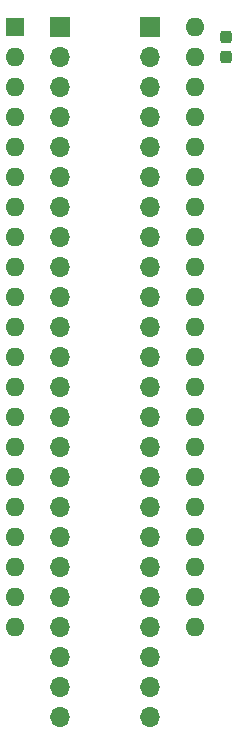
<source format=gbr>
G04 #@! TF.GenerationSoftware,KiCad,Pcbnew,8.0.4+dfsg-1*
G04 #@! TF.CreationDate,2025-02-23T16:04:20+09:00*
G04 #@! TF.ProjectId,bionic-mn1613,62696f6e-6963-42d6-9d6e-313631332e6b,2*
G04 #@! TF.SameCoordinates,Original*
G04 #@! TF.FileFunction,Soldermask,Bot*
G04 #@! TF.FilePolarity,Negative*
%FSLAX46Y46*%
G04 Gerber Fmt 4.6, Leading zero omitted, Abs format (unit mm)*
G04 Created by KiCad (PCBNEW 8.0.4+dfsg-1) date 2025-02-23 16:04:20*
%MOMM*%
%LPD*%
G01*
G04 APERTURE LIST*
G04 Aperture macros list*
%AMRoundRect*
0 Rectangle with rounded corners*
0 $1 Rounding radius*
0 $2 $3 $4 $5 $6 $7 $8 $9 X,Y pos of 4 corners*
0 Add a 4 corners polygon primitive as box body*
4,1,4,$2,$3,$4,$5,$6,$7,$8,$9,$2,$3,0*
0 Add four circle primitives for the rounded corners*
1,1,$1+$1,$2,$3*
1,1,$1+$1,$4,$5*
1,1,$1+$1,$6,$7*
1,1,$1+$1,$8,$9*
0 Add four rect primitives between the rounded corners*
20,1,$1+$1,$2,$3,$4,$5,0*
20,1,$1+$1,$4,$5,$6,$7,0*
20,1,$1+$1,$6,$7,$8,$9,0*
20,1,$1+$1,$8,$9,$2,$3,0*%
G04 Aperture macros list end*
%ADD10R,1.600000X1.600000*%
%ADD11O,1.600000X1.600000*%
%ADD12O,1.700000X1.700000*%
%ADD13R,1.700000X1.700000*%
%ADD14RoundRect,0.237500X0.237500X-0.300000X0.237500X0.300000X-0.237500X0.300000X-0.237500X-0.300000X0*%
G04 APERTURE END LIST*
D10*
X106080000Y-75080000D03*
D11*
X106080000Y-77620000D03*
X106080000Y-80160000D03*
X106080000Y-82700000D03*
X106080000Y-85240000D03*
X106080000Y-87780000D03*
X106080000Y-90320000D03*
X106080000Y-92860000D03*
X106080000Y-95400000D03*
X106080000Y-97940000D03*
X106080000Y-100480000D03*
X106080000Y-103020000D03*
X106080000Y-105560000D03*
X106080000Y-108100000D03*
X106080000Y-110640000D03*
X106080000Y-113180000D03*
X106080000Y-115720000D03*
X106080000Y-118260000D03*
X106080000Y-120800000D03*
X106080000Y-123340000D03*
X106080000Y-125880000D03*
X121320000Y-125880000D03*
X121320000Y-123340000D03*
X121320000Y-120800000D03*
X121320000Y-118260000D03*
X121320000Y-115720000D03*
X121320000Y-113180000D03*
X121320000Y-110640000D03*
X121320000Y-108100000D03*
X121320000Y-105560000D03*
X121320000Y-103020000D03*
X121320000Y-100480000D03*
X121320000Y-97940000D03*
X121320000Y-95400000D03*
X121320000Y-92860000D03*
X121320000Y-90320000D03*
X121320000Y-87780000D03*
X121320000Y-85240000D03*
X121320000Y-82700000D03*
X121320000Y-80160000D03*
X121320000Y-77620000D03*
X121320000Y-75080000D03*
D12*
X117510000Y-133500000D03*
X117510000Y-130960000D03*
X117510000Y-128420000D03*
X117510000Y-125880000D03*
X117510000Y-123340000D03*
X117510000Y-120800000D03*
X117510000Y-118260000D03*
X117510000Y-115720000D03*
X117510000Y-113180000D03*
X117510000Y-110640000D03*
X117510000Y-108100000D03*
X117510000Y-105560000D03*
X117510000Y-103020000D03*
X117510000Y-100480000D03*
X117510000Y-97940000D03*
X117510000Y-95400000D03*
X117510000Y-92860000D03*
X117510000Y-90320000D03*
X117510000Y-87780000D03*
X117510000Y-85240000D03*
X117510000Y-82700000D03*
X117510000Y-80160000D03*
X117510000Y-77620000D03*
D13*
X117510000Y-75080000D03*
X109890000Y-75080000D03*
D12*
X109890000Y-77620000D03*
X109890000Y-80160000D03*
X109890000Y-82700000D03*
X109890000Y-85240000D03*
X109890000Y-87780000D03*
X109890000Y-90320000D03*
X109890000Y-92860000D03*
X109890000Y-95400000D03*
X109890000Y-97940000D03*
X109890000Y-100480000D03*
X109890000Y-103020000D03*
X109890000Y-105560000D03*
X109890000Y-108100000D03*
X109890000Y-110640000D03*
X109890000Y-113180000D03*
X109890000Y-115720000D03*
X109890000Y-118260000D03*
X109890000Y-120800000D03*
X109890000Y-123340000D03*
X109890000Y-125880000D03*
X109890000Y-128420000D03*
X109890000Y-130960000D03*
X109890000Y-133500000D03*
D14*
X123910800Y-77618900D03*
X123910800Y-75893900D03*
M02*

</source>
